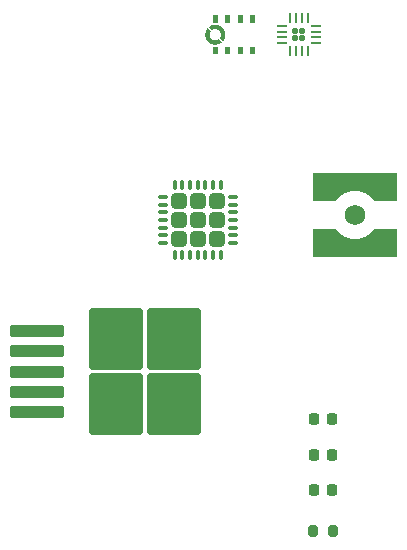
<source format=gbr>
%TF.GenerationSoftware,KiCad,Pcbnew,9.0.5*%
%TF.CreationDate,2025-11-09T15:59:44-08:00*%
%TF.ProjectId,Radio,52616469-6f2e-46b6-9963-61645f706362,rev?*%
%TF.SameCoordinates,Original*%
%TF.FileFunction,Paste,Top*%
%TF.FilePolarity,Positive*%
%FSLAX46Y46*%
G04 Gerber Fmt 4.6, Leading zero omitted, Abs format (unit mm)*
G04 Created by KiCad (PCBNEW 9.0.5) date 2025-11-09 15:59:44*
%MOMM*%
%LPD*%
G01*
G04 APERTURE LIST*
G04 Aperture macros list*
%AMRoundRect*
0 Rectangle with rounded corners*
0 $1 Rounding radius*
0 $2 $3 $4 $5 $6 $7 $8 $9 X,Y pos of 4 corners*
0 Add a 4 corners polygon primitive as box body*
4,1,4,$2,$3,$4,$5,$6,$7,$8,$9,$2,$3,0*
0 Add four circle primitives for the rounded corners*
1,1,$1+$1,$2,$3*
1,1,$1+$1,$4,$5*
1,1,$1+$1,$6,$7*
1,1,$1+$1,$8,$9*
0 Add four rect primitives between the rounded corners*
20,1,$1+$1,$2,$3,$4,$5,0*
20,1,$1+$1,$4,$5,$6,$7,0*
20,1,$1+$1,$6,$7,$8,$9,0*
20,1,$1+$1,$8,$9,$2,$3,0*%
%AMFreePoly0*
4,1,25,-1.500000,1.420000,-1.360000,1.280000,-1.205000,1.155000,-1.035000,1.045000,-0.860000,0.950000,-0.675000,0.875000,-0.480000,0.820000,-0.280000,0.780000,-0.085000,0.765000,0.085000,0.765000,0.280000,0.780000,0.480000,0.820000,0.675000,0.875000,0.860000,0.950000,1.035000,1.045000,1.205000,1.155000,1.360000,1.280000,1.500000,1.420000,1.645000,1.595000,3.555000,1.595000,
3.555000,-0.755000,-3.555000,-0.755000,-3.555000,1.595000,-1.645000,1.595000,-1.500000,1.420000,-1.500000,1.420000,$1*%
G04 Aperture macros list end*
%ADD10C,0.010000*%
%ADD11RoundRect,0.225000X-0.225000X-0.250000X0.225000X-0.250000X0.225000X0.250000X-0.225000X0.250000X0*%
%ADD12RoundRect,0.125000X-0.125000X-0.125000X0.125000X-0.125000X0.125000X0.125000X-0.125000X0.125000X0*%
%ADD13RoundRect,0.062500X-0.350000X-0.062500X0.350000X-0.062500X0.350000X0.062500X-0.350000X0.062500X0*%
%ADD14RoundRect,0.062500X-0.062500X-0.350000X0.062500X-0.350000X0.062500X0.350000X-0.062500X0.350000X0*%
%ADD15RoundRect,0.200000X-0.200000X-0.275000X0.200000X-0.275000X0.200000X0.275000X-0.200000X0.275000X0*%
%ADD16RoundRect,0.249999X-0.395001X-0.395001X0.395001X-0.395001X0.395001X0.395001X-0.395001X0.395001X0*%
%ADD17RoundRect,0.075000X-0.312500X-0.075000X0.312500X-0.075000X0.312500X0.075000X-0.312500X0.075000X0*%
%ADD18RoundRect,0.075000X-0.075000X-0.312500X0.075000X-0.312500X0.075000X0.312500X-0.075000X0.312500X0*%
%ADD19RoundRect,0.250000X-2.025000X-2.375000X2.025000X-2.375000X2.025000X2.375000X-2.025000X2.375000X0*%
%ADD20RoundRect,0.250000X-2.050000X-0.300000X2.050000X-0.300000X2.050000X0.300000X-2.050000X0.300000X0*%
%ADD21C,1.730000*%
%ADD22FreePoly0,180.000000*%
%ADD23FreePoly0,0.000000*%
G04 APERTURE END LIST*
D10*
%TO.C,MK2*%
X177025000Y-83115000D02*
X176675000Y-83115000D01*
X176675000Y-82565000D01*
X177025000Y-82565000D01*
X177025000Y-83115000D01*
G36*
X177025000Y-83115000D02*
G01*
X176675000Y-83115000D01*
X176675000Y-82565000D01*
X177025000Y-82565000D01*
X177025000Y-83115000D01*
G37*
X177025000Y-85775000D02*
X176675000Y-85775000D01*
X176675000Y-85225000D01*
X177025000Y-85225000D01*
X177025000Y-85775000D01*
G36*
X177025000Y-85775000D02*
G01*
X176675000Y-85775000D01*
X176675000Y-85225000D01*
X177025000Y-85225000D01*
X177025000Y-85775000D01*
G37*
X178075000Y-83115000D02*
X177725000Y-83115000D01*
X177725000Y-82565000D01*
X178075000Y-82565000D01*
X178075000Y-83115000D01*
G36*
X178075000Y-83115000D02*
G01*
X177725000Y-83115000D01*
X177725000Y-82565000D01*
X178075000Y-82565000D01*
X178075000Y-83115000D01*
G37*
X178075000Y-85775000D02*
X177725000Y-85775000D01*
X177725000Y-85225000D01*
X178075000Y-85225000D01*
X178075000Y-85775000D01*
G36*
X178075000Y-85775000D02*
G01*
X177725000Y-85775000D01*
X177725000Y-85225000D01*
X178075000Y-85225000D01*
X178075000Y-85775000D01*
G37*
X179125000Y-83115000D02*
X178775000Y-83115000D01*
X178775000Y-82565000D01*
X179125000Y-82565000D01*
X179125000Y-83115000D01*
G36*
X179125000Y-83115000D02*
G01*
X178775000Y-83115000D01*
X178775000Y-82565000D01*
X179125000Y-82565000D01*
X179125000Y-83115000D01*
G37*
X179125000Y-85775000D02*
X178775000Y-85775000D01*
X178775000Y-85225000D01*
X179125000Y-85225000D01*
X179125000Y-85775000D01*
G36*
X179125000Y-85775000D02*
G01*
X178775000Y-85775000D01*
X178775000Y-85225000D01*
X179125000Y-85225000D01*
X179125000Y-85775000D01*
G37*
X180175000Y-83115000D02*
X179825000Y-83115000D01*
X179825000Y-82565000D01*
X180175000Y-82565000D01*
X180175000Y-83115000D01*
G36*
X180175000Y-83115000D02*
G01*
X179825000Y-83115000D01*
X179825000Y-82565000D01*
X180175000Y-82565000D01*
X180175000Y-83115000D01*
G37*
X180175000Y-85775000D02*
X179825000Y-85775000D01*
X179825000Y-85225000D01*
X180175000Y-85225000D01*
X180175000Y-85775000D01*
G36*
X180175000Y-85775000D02*
G01*
X179825000Y-85775000D01*
X179825000Y-85225000D01*
X180175000Y-85225000D01*
X180175000Y-85775000D01*
G37*
X176889000Y-83371000D02*
X176927000Y-83374000D01*
X176965000Y-83379000D01*
X177003000Y-83386000D01*
X177041000Y-83395000D01*
X177078000Y-83406000D01*
X177115000Y-83418000D01*
X177150000Y-83432000D01*
X177186000Y-83448000D01*
X177220000Y-83466000D01*
X177253000Y-83485000D01*
X177286000Y-83506000D01*
X177317000Y-83528000D01*
X177348000Y-83552000D01*
X177377000Y-83577000D01*
X177406000Y-83604000D01*
X177433000Y-83633000D01*
X177458000Y-83662000D01*
X177482000Y-83693000D01*
X177504000Y-83724000D01*
X177525000Y-83757000D01*
X177544000Y-83790000D01*
X177562000Y-83824000D01*
X177578000Y-83860000D01*
X177592000Y-83895000D01*
X177604000Y-83932000D01*
X177615000Y-83969000D01*
X177624000Y-84007000D01*
X177631000Y-84045000D01*
X177636000Y-84083000D01*
X177639000Y-84121000D01*
X177640000Y-84160000D01*
X177640000Y-84198000D01*
X177638000Y-84237000D01*
X177634000Y-84275000D01*
X177628000Y-84313000D01*
X177620000Y-84351000D01*
X177610000Y-84388000D01*
X177599000Y-84425000D01*
X177585000Y-84461000D01*
X177571000Y-84497000D01*
X177554000Y-84532000D01*
X177536000Y-84566000D01*
X177516000Y-84599000D01*
X177494000Y-84631000D01*
X177472000Y-84661000D01*
X177275000Y-84464000D01*
X177286000Y-84447000D01*
X177299000Y-84427000D01*
X177310000Y-84405000D01*
X177320000Y-84384000D01*
X177330000Y-84361000D01*
X177338000Y-84339000D01*
X177346000Y-84316000D01*
X177352000Y-84292000D01*
X177357000Y-84269000D01*
X177361000Y-84245000D01*
X177364000Y-84221000D01*
X177366000Y-84197000D01*
X177367000Y-84172000D01*
X177366000Y-84148000D01*
X177365000Y-84124000D01*
X177362000Y-84100000D01*
X177358000Y-84076000D01*
X177353000Y-84053000D01*
X177347000Y-84029000D01*
X177340000Y-84006000D01*
X177332000Y-83983000D01*
X177323000Y-83961000D01*
X177313000Y-83939000D01*
X177301000Y-83917000D01*
X177289000Y-83897000D01*
X177276000Y-83876000D01*
X177262000Y-83857000D01*
X177247000Y-83838000D01*
X177231000Y-83819000D01*
X177211000Y-83799000D01*
X177191000Y-83779000D01*
X177172000Y-83763000D01*
X177153000Y-83748000D01*
X177134000Y-83734000D01*
X177113000Y-83721000D01*
X177093000Y-83709000D01*
X177071000Y-83697000D01*
X177049000Y-83687000D01*
X177027000Y-83678000D01*
X177004000Y-83670000D01*
X176981000Y-83663000D01*
X176957000Y-83657000D01*
X176934000Y-83652000D01*
X176910000Y-83648000D01*
X176886000Y-83645000D01*
X176862000Y-83644000D01*
X176838000Y-83643000D01*
X176813000Y-83644000D01*
X176789000Y-83646000D01*
X176765000Y-83649000D01*
X176741000Y-83653000D01*
X176718000Y-83658000D01*
X176694000Y-83664000D01*
X176671000Y-83672000D01*
X176649000Y-83680000D01*
X176626000Y-83690000D01*
X176605000Y-83700000D01*
X176583000Y-83711000D01*
X176563000Y-83724000D01*
X176546000Y-83735000D01*
X176546200Y-83734778D01*
X176349000Y-83538000D01*
X176379000Y-83516000D01*
X176411000Y-83494000D01*
X176444000Y-83474000D01*
X176478000Y-83456000D01*
X176513000Y-83439000D01*
X176549000Y-83425000D01*
X176585000Y-83411000D01*
X176622000Y-83400000D01*
X176659000Y-83390000D01*
X176697000Y-83382000D01*
X176735000Y-83376000D01*
X176773000Y-83372000D01*
X176812000Y-83370000D01*
X176850000Y-83370000D01*
X176889000Y-83371000D01*
G36*
X176889000Y-83371000D02*
G01*
X176927000Y-83374000D01*
X176965000Y-83379000D01*
X177003000Y-83386000D01*
X177041000Y-83395000D01*
X177078000Y-83406000D01*
X177115000Y-83418000D01*
X177150000Y-83432000D01*
X177186000Y-83448000D01*
X177220000Y-83466000D01*
X177253000Y-83485000D01*
X177286000Y-83506000D01*
X177317000Y-83528000D01*
X177348000Y-83552000D01*
X177377000Y-83577000D01*
X177406000Y-83604000D01*
X177433000Y-83633000D01*
X177458000Y-83662000D01*
X177482000Y-83693000D01*
X177504000Y-83724000D01*
X177525000Y-83757000D01*
X177544000Y-83790000D01*
X177562000Y-83824000D01*
X177578000Y-83860000D01*
X177592000Y-83895000D01*
X177604000Y-83932000D01*
X177615000Y-83969000D01*
X177624000Y-84007000D01*
X177631000Y-84045000D01*
X177636000Y-84083000D01*
X177639000Y-84121000D01*
X177640000Y-84160000D01*
X177640000Y-84198000D01*
X177638000Y-84237000D01*
X177634000Y-84275000D01*
X177628000Y-84313000D01*
X177620000Y-84351000D01*
X177610000Y-84388000D01*
X177599000Y-84425000D01*
X177585000Y-84461000D01*
X177571000Y-84497000D01*
X177554000Y-84532000D01*
X177536000Y-84566000D01*
X177516000Y-84599000D01*
X177494000Y-84631000D01*
X177472000Y-84661000D01*
X177275000Y-84464000D01*
X177286000Y-84447000D01*
X177299000Y-84427000D01*
X177310000Y-84405000D01*
X177320000Y-84384000D01*
X177330000Y-84361000D01*
X177338000Y-84339000D01*
X177346000Y-84316000D01*
X177352000Y-84292000D01*
X177357000Y-84269000D01*
X177361000Y-84245000D01*
X177364000Y-84221000D01*
X177366000Y-84197000D01*
X177367000Y-84172000D01*
X177366000Y-84148000D01*
X177365000Y-84124000D01*
X177362000Y-84100000D01*
X177358000Y-84076000D01*
X177353000Y-84053000D01*
X177347000Y-84029000D01*
X177340000Y-84006000D01*
X177332000Y-83983000D01*
X177323000Y-83961000D01*
X177313000Y-83939000D01*
X177301000Y-83917000D01*
X177289000Y-83897000D01*
X177276000Y-83876000D01*
X177262000Y-83857000D01*
X177247000Y-83838000D01*
X177231000Y-83819000D01*
X177211000Y-83799000D01*
X177191000Y-83779000D01*
X177172000Y-83763000D01*
X177153000Y-83748000D01*
X177134000Y-83734000D01*
X177113000Y-83721000D01*
X177093000Y-83709000D01*
X177071000Y-83697000D01*
X177049000Y-83687000D01*
X177027000Y-83678000D01*
X177004000Y-83670000D01*
X176981000Y-83663000D01*
X176957000Y-83657000D01*
X176934000Y-83652000D01*
X176910000Y-83648000D01*
X176886000Y-83645000D01*
X176862000Y-83644000D01*
X176838000Y-83643000D01*
X176813000Y-83644000D01*
X176789000Y-83646000D01*
X176765000Y-83649000D01*
X176741000Y-83653000D01*
X176718000Y-83658000D01*
X176694000Y-83664000D01*
X176671000Y-83672000D01*
X176649000Y-83680000D01*
X176626000Y-83690000D01*
X176605000Y-83700000D01*
X176583000Y-83711000D01*
X176563000Y-83724000D01*
X176546000Y-83735000D01*
X176546200Y-83734778D01*
X176349000Y-83538000D01*
X176379000Y-83516000D01*
X176411000Y-83494000D01*
X176444000Y-83474000D01*
X176478000Y-83456000D01*
X176513000Y-83439000D01*
X176549000Y-83425000D01*
X176585000Y-83411000D01*
X176622000Y-83400000D01*
X176659000Y-83390000D01*
X176697000Y-83382000D01*
X176735000Y-83376000D01*
X176773000Y-83372000D01*
X176812000Y-83370000D01*
X176850000Y-83370000D01*
X176889000Y-83371000D01*
G37*
X176405000Y-83876000D02*
X176394000Y-83893000D01*
X176381000Y-83913000D01*
X176370000Y-83935000D01*
X176360000Y-83956000D01*
X176350000Y-83979000D01*
X176342000Y-84001000D01*
X176334000Y-84024000D01*
X176328000Y-84048000D01*
X176323000Y-84071000D01*
X176319000Y-84095000D01*
X176316000Y-84119000D01*
X176314000Y-84143000D01*
X176313000Y-84168000D01*
X176314000Y-84192000D01*
X176315000Y-84216000D01*
X176318000Y-84240000D01*
X176322000Y-84264000D01*
X176327000Y-84287000D01*
X176333000Y-84311000D01*
X176340000Y-84334000D01*
X176348000Y-84357000D01*
X176357000Y-84379000D01*
X176367000Y-84401000D01*
X176379000Y-84423000D01*
X176391000Y-84443000D01*
X176404000Y-84464000D01*
X176418000Y-84483000D01*
X176433000Y-84502000D01*
X176449000Y-84521000D01*
X176469000Y-84541000D01*
X176489000Y-84561000D01*
X176508000Y-84577000D01*
X176527000Y-84592000D01*
X176546000Y-84606000D01*
X176567000Y-84619000D01*
X176587000Y-84631000D01*
X176609000Y-84643000D01*
X176631000Y-84653000D01*
X176653000Y-84662000D01*
X176676000Y-84670000D01*
X176699000Y-84677000D01*
X176723000Y-84683000D01*
X176746000Y-84688000D01*
X176770000Y-84692000D01*
X176794000Y-84695000D01*
X176818000Y-84696000D01*
X176842000Y-84697000D01*
X176867000Y-84696000D01*
X176891000Y-84694000D01*
X176915000Y-84691000D01*
X176939000Y-84687000D01*
X176962000Y-84682000D01*
X176986000Y-84676000D01*
X177009000Y-84668000D01*
X177031000Y-84660000D01*
X177054000Y-84650000D01*
X177075000Y-84640000D01*
X177097000Y-84629000D01*
X177117000Y-84616000D01*
X177134000Y-84605000D01*
X177133800Y-84605222D01*
X177331000Y-84802000D01*
X177301000Y-84824000D01*
X177269000Y-84846000D01*
X177236000Y-84866000D01*
X177202000Y-84884000D01*
X177167000Y-84901000D01*
X177131000Y-84915000D01*
X177095000Y-84929000D01*
X177058000Y-84940000D01*
X177021000Y-84950000D01*
X176983000Y-84958000D01*
X176945000Y-84964000D01*
X176907000Y-84968000D01*
X176868000Y-84970000D01*
X176830000Y-84970000D01*
X176791000Y-84969000D01*
X176753000Y-84966000D01*
X176715000Y-84961000D01*
X176677000Y-84954000D01*
X176639000Y-84945000D01*
X176602000Y-84934000D01*
X176565000Y-84922000D01*
X176530000Y-84908000D01*
X176494000Y-84892000D01*
X176460000Y-84874000D01*
X176427000Y-84855000D01*
X176394000Y-84834000D01*
X176363000Y-84812000D01*
X176332000Y-84788000D01*
X176303000Y-84763000D01*
X176274000Y-84736000D01*
X176247000Y-84707000D01*
X176222000Y-84678000D01*
X176198000Y-84647000D01*
X176176000Y-84616000D01*
X176155000Y-84583000D01*
X176136000Y-84550000D01*
X176118000Y-84516000D01*
X176102000Y-84480000D01*
X176088000Y-84445000D01*
X176076000Y-84408000D01*
X176065000Y-84371000D01*
X176056000Y-84333000D01*
X176049000Y-84295000D01*
X176044000Y-84257000D01*
X176041000Y-84219000D01*
X176040000Y-84180000D01*
X176040000Y-84142000D01*
X176042000Y-84103000D01*
X176046000Y-84065000D01*
X176052000Y-84027000D01*
X176060000Y-83989000D01*
X176070000Y-83952000D01*
X176081000Y-83915000D01*
X176095000Y-83879000D01*
X176109000Y-83843000D01*
X176126000Y-83808000D01*
X176144000Y-83774000D01*
X176164000Y-83741000D01*
X176186000Y-83709000D01*
X176208000Y-83679000D01*
X176405000Y-83876000D01*
G36*
X176405000Y-83876000D02*
G01*
X176394000Y-83893000D01*
X176381000Y-83913000D01*
X176370000Y-83935000D01*
X176360000Y-83956000D01*
X176350000Y-83979000D01*
X176342000Y-84001000D01*
X176334000Y-84024000D01*
X176328000Y-84048000D01*
X176323000Y-84071000D01*
X176319000Y-84095000D01*
X176316000Y-84119000D01*
X176314000Y-84143000D01*
X176313000Y-84168000D01*
X176314000Y-84192000D01*
X176315000Y-84216000D01*
X176318000Y-84240000D01*
X176322000Y-84264000D01*
X176327000Y-84287000D01*
X176333000Y-84311000D01*
X176340000Y-84334000D01*
X176348000Y-84357000D01*
X176357000Y-84379000D01*
X176367000Y-84401000D01*
X176379000Y-84423000D01*
X176391000Y-84443000D01*
X176404000Y-84464000D01*
X176418000Y-84483000D01*
X176433000Y-84502000D01*
X176449000Y-84521000D01*
X176469000Y-84541000D01*
X176489000Y-84561000D01*
X176508000Y-84577000D01*
X176527000Y-84592000D01*
X176546000Y-84606000D01*
X176567000Y-84619000D01*
X176587000Y-84631000D01*
X176609000Y-84643000D01*
X176631000Y-84653000D01*
X176653000Y-84662000D01*
X176676000Y-84670000D01*
X176699000Y-84677000D01*
X176723000Y-84683000D01*
X176746000Y-84688000D01*
X176770000Y-84692000D01*
X176794000Y-84695000D01*
X176818000Y-84696000D01*
X176842000Y-84697000D01*
X176867000Y-84696000D01*
X176891000Y-84694000D01*
X176915000Y-84691000D01*
X176939000Y-84687000D01*
X176962000Y-84682000D01*
X176986000Y-84676000D01*
X177009000Y-84668000D01*
X177031000Y-84660000D01*
X177054000Y-84650000D01*
X177075000Y-84640000D01*
X177097000Y-84629000D01*
X177117000Y-84616000D01*
X177134000Y-84605000D01*
X177133800Y-84605222D01*
X177331000Y-84802000D01*
X177301000Y-84824000D01*
X177269000Y-84846000D01*
X177236000Y-84866000D01*
X177202000Y-84884000D01*
X177167000Y-84901000D01*
X177131000Y-84915000D01*
X177095000Y-84929000D01*
X177058000Y-84940000D01*
X177021000Y-84950000D01*
X176983000Y-84958000D01*
X176945000Y-84964000D01*
X176907000Y-84968000D01*
X176868000Y-84970000D01*
X176830000Y-84970000D01*
X176791000Y-84969000D01*
X176753000Y-84966000D01*
X176715000Y-84961000D01*
X176677000Y-84954000D01*
X176639000Y-84945000D01*
X176602000Y-84934000D01*
X176565000Y-84922000D01*
X176530000Y-84908000D01*
X176494000Y-84892000D01*
X176460000Y-84874000D01*
X176427000Y-84855000D01*
X176394000Y-84834000D01*
X176363000Y-84812000D01*
X176332000Y-84788000D01*
X176303000Y-84763000D01*
X176274000Y-84736000D01*
X176247000Y-84707000D01*
X176222000Y-84678000D01*
X176198000Y-84647000D01*
X176176000Y-84616000D01*
X176155000Y-84583000D01*
X176136000Y-84550000D01*
X176118000Y-84516000D01*
X176102000Y-84480000D01*
X176088000Y-84445000D01*
X176076000Y-84408000D01*
X176065000Y-84371000D01*
X176056000Y-84333000D01*
X176049000Y-84295000D01*
X176044000Y-84257000D01*
X176041000Y-84219000D01*
X176040000Y-84180000D01*
X176040000Y-84142000D01*
X176042000Y-84103000D01*
X176046000Y-84065000D01*
X176052000Y-84027000D01*
X176060000Y-83989000D01*
X176070000Y-83952000D01*
X176081000Y-83915000D01*
X176095000Y-83879000D01*
X176109000Y-83843000D01*
X176126000Y-83808000D01*
X176144000Y-83774000D01*
X176164000Y-83741000D01*
X176186000Y-83709000D01*
X176208000Y-83679000D01*
X176405000Y-83876000D01*
G37*
%TD*%
D11*
%TO.C,C2*%
X185225000Y-119750000D03*
X186775000Y-119750000D03*
%TD*%
%TO.C,C3*%
X185200000Y-122750000D03*
X186750000Y-122750000D03*
%TD*%
D12*
%TO.C,U3*%
X183630000Y-83880000D03*
X183630000Y-84500000D03*
X184250000Y-83880000D03*
X184250000Y-84500000D03*
D13*
X182502500Y-83440000D03*
X182502500Y-83940000D03*
X182502500Y-84440000D03*
X182502500Y-84940000D03*
D14*
X183190000Y-85627500D03*
X183690000Y-85627500D03*
X184190000Y-85627500D03*
X184690000Y-85627500D03*
D13*
X185377500Y-84940000D03*
X185377500Y-84440000D03*
X185377500Y-83940000D03*
X185377500Y-83440000D03*
D14*
X184690000Y-82752500D03*
X184190000Y-82752500D03*
X183690000Y-82752500D03*
X183190000Y-82752500D03*
%TD*%
D15*
%TO.C,R1*%
X185175000Y-126250000D03*
X186825000Y-126250000D03*
%TD*%
D16*
%TO.C,U2*%
X173800000Y-98300000D03*
X173800000Y-99900000D03*
X173800000Y-101500000D03*
X175400000Y-98300000D03*
X175400000Y-99900000D03*
X175400000Y-101500000D03*
X177000000Y-98300000D03*
X177000000Y-99900000D03*
X177000000Y-101500000D03*
D17*
X172412500Y-97950000D03*
X172412500Y-98600000D03*
X172412500Y-99250000D03*
X172412500Y-99900000D03*
X172412500Y-100550000D03*
X172412500Y-101200000D03*
X172412500Y-101850000D03*
D18*
X173450000Y-102887500D03*
X174100000Y-102887500D03*
X174750000Y-102887500D03*
X175400000Y-102887500D03*
X176050000Y-102887500D03*
X176700000Y-102887500D03*
X177350000Y-102887500D03*
D17*
X178387500Y-101850000D03*
X178387500Y-101200000D03*
X178387500Y-100550000D03*
X178387500Y-99900000D03*
X178387500Y-99250000D03*
X178387500Y-98600000D03*
X178387500Y-97950000D03*
D18*
X177350000Y-96912500D03*
X176700000Y-96912500D03*
X176050000Y-96912500D03*
X175400000Y-96912500D03*
X174750000Y-96912500D03*
X174100000Y-96912500D03*
X173450000Y-96912500D03*
%TD*%
D19*
%TO.C,U4*%
X168500000Y-109950000D03*
X168500000Y-115500000D03*
X173350000Y-109950000D03*
X173350000Y-115500000D03*
D20*
X161775000Y-109325000D03*
X161775000Y-111025000D03*
X161775000Y-112725000D03*
X161775000Y-114425000D03*
X161775000Y-116125000D03*
%TD*%
D11*
%TO.C,C1*%
X185225000Y-116750000D03*
X186775000Y-116750000D03*
%TD*%
D21*
%TO.C,J1*%
X188750000Y-99500000D03*
D22*
X188750000Y-96700000D03*
D23*
X188750000Y-102300000D03*
%TD*%
M02*

</source>
